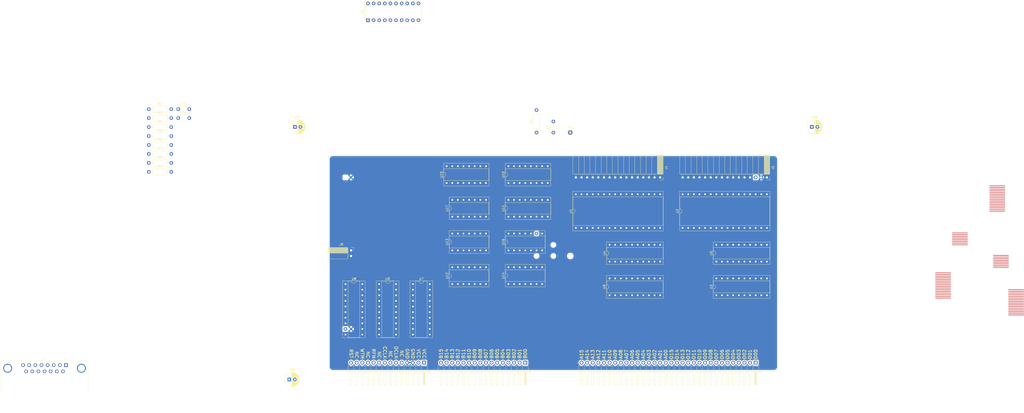
<source format=kicad_pcb>
(kicad_pcb (version 20221018) (generator pcbnew)
  (layers (0 "F.Cu" signal) (31 "B.Cu" signal) (34 "B.Paste" user) (35 "F.Paste" user) (36 "B.SilkS" user "B.Silkscreen") (37 "F.SilkS" user "F.Silkscreen") (38 "B.Mask" user) (39 "F.Mask" user) (44 "Edge.Cuts" user))
  (net 0 "")
  (net 1 "VCC")
  (net 2 "GND")
  (net 3 "/DATA_BUS_00")
  (net 4 "/DATA_BUS_01")
  (net 5 "/DATA_BUS_02")
  (net 6 "/DATA_BUS_03")
  (net 7 "/DATA_BUS_04")
  (net 8 "/DATA_BUS_05")
  (net 9 "/DATA_BUS_06")
  (net 10 "/DATA_BUS_07")
  (net 11 "/DATA_BUS_08")
  (net 12 "/DATA_BUS_09")
  (net 13 "/DATA_BUS_10")
  (net 14 "/DATA_BUS_11")
  (net 15 "/DATA_BUS_12")
  (net 16 "/DATA_BUS_13")
  (net 17 "/DATA_BUS_14")
  (net 18 "/DATA_BUS_15")
  (net 19 "/ADDR_BUS_00")
  (net 20 "/ADDR_BUS_01")
  (net 21 "/ADDR_BUS_02")
  (net 22 "/ADDR_BUS_03")
  (net 23 "/ADDR_BUS_04")
  (net 24 "/ADDR_BUS_05")
  (net 25 "/ADDR_BUS_06")
  (net 26 "/ADDR_BUS_07")
  (net 27 "/ADDR_BUS_08")
  (net 28 "/ADDR_BUS_09")
  (net 29 "/ADDR_BUS_10")
  (net 30 "/ADDR_BUS_11")
  (net 31 "/ADDR_BUS_12")
  (net 32 "/ADDR_BUS_13")
  (net 33 "/ADDR_BUS_14")
  (net 34 "/ADDR_BUS_15")
  (net 40 "/DATA_CLK")
  (net 42 "/CTL_CLK")
  (net 44 "/MEM_ACT")
  (net 45 "/BANK_BUS_00")
  (net 46 "/BANK_BUS_01")
  (net 47 "/BANK_BUS_02")
  (net 48 "/BANK_BUS_03")
  (net 49 "/BANK_BUS_04")
  (net 50 "/BANK_BUS_05")
  (net 51 "/BANK_BUS_06")
  (net 52 "/BANK_BUS_07")
  (net 53 "/BANK_BUS_08")
  (net 54 "/BANK_BUS_09")
  (net 55 "/BANK_BUS_10")
  (net 56 "/BANK_BUS_11")
  (net 57 "/BANK_BUS_12")
  (net 58 "/BANK_BUS_13")
  (net 59 "/BANK_BUS_14")
  (net 60 "/BANK_BUS_15")
  (net 61 "/~{R}{slash}W")
  (net 62 "/RESET")
  (net 254 "/ADDRESSED")
  (net 273 "/~{ADDRESSED_WTM}")
  (net 275 "/~{ADDRESSED_RFM}")
  (net 276 "Net-(U12-Pad11)")
  (net 330 "Net-(U15A-RCext)")
  (net 331 "Net-(U15B-RCext)")
  (net 332 "Net-(U15B-Cext)")
  (net 333 "/COL_B_00")
  (net 334 "/COL_B_01")
  (net 335 "/COL_B_02")
  (net 336 "/COL_B_03")
  (net 337 "/COL_B_04")
  (net 338 "/COL_B_05")
  (net 339 "/COL_B_06")
  (net 340 "/COL_B_07")
  (net 341 "/ROW_B_00")
  (net 342 "/ROW_B_01")
  (net 343 "/ROW_B_02")
  (net 344 "/ROW_B_03")
  (net 345 "/ROW_B_04")
  (net 346 "/ROW_B_05")
  (net 347 "/ROW_B_06")
  (net 348 "/COL_A_00")
  (net 349 "/COL_A_01")
  (net 350 "/COL_A_02")
  (net 351 "/COL_A_03")
  (net 352 "/COL_A_04")
  (net 353 "/COL_A_05")
  (net 354 "/COL_A_06")
  (net 355 "/COL_A_07")
  (net 356 "/ROW_A_00")
  (net 357 "/ROW_A_01")
  (net 358 "/ROW_A_02")
  (net 359 "/ROW_A_03")
  (net 360 "/ROW_A_04")
  (net 361 "/ROW_A_05")
  (net 362 "/ROW_A_06")
  (net 363 "/DATA_BUF_~{OE}")
  (net 364 "Net-(U2-Q6)")
  (net 365 "Net-(U2-Q7)")
  (net 366 "Net-(U1-Q6)")
  (net 367 "Net-(U1-Q7)")
  (net 368 "/PIX_R_B_00")
  (net 369 "/PIX_R_B_01")
  (net 370 "/PIX_G_B_00")
  (net 371 "/PIX_G_B_01")
  (net 372 "/PIX_B_B_00")
  (net 373 "/PIX_B_B_01")
  (net 374 "/PIX_R_A_00")
  (net 375 "/PIX_R_A_01")
  (net 376 "/PIX_G_A_00")
  (net 377 "/PIX_G_A_01")
  (net 378 "/PIX_B_A_00")
  (net 379 "/PIX_B_A_01")
  (net 380 "Net-(U13-Pad12)")
  (net 381 "Net-(U13-Pad13)")
  (net 382 "Net-(U13-Pad10)")
  (net 383 "/SAFE_CLK")
  (net 384 "/DATA_BUF_DIR")
  (net 385 "Net-(U15A-Q)")
  (net 386 "Net-(U15B-~{Q})")
  (net 387 "/RAM_~{WE}")
  (net 388 "/ADDRESSED_RFM")
  (net 389 "Net-(U16-Pad3)")
  (footprint "Resistor_THT:R_Axial_DIN0207_L6.3mm_D2.5mm_P10.16mm_Horizontal" (layer "F.Cu") (at -30.48 38.17)
    (fp_text reference "R4")
    (fp_text value "10K")
  )
  (footprint "sixteen-bit-computer:peripheral-backplane-membank" (layer "F.Cu") (at 139.7 144.78 -90)
    (fp_text reference "J3")
    (fp_text value "peripheral_membank_connector")
  )
  (footprint "Capacitor_THT:CP_Radial_D6.3mm_P2.50mm" (layer "F.Cu") (at 35.56 38.1)
    (fp_text reference "C97")
    (fp_text value "C_Polarized")
  )
  (footprint "Resistor_THT:R_Axial_DIN0207_L6.3mm_D2.5mm_P10.16mm_Horizontal" (layer "F.Cu") (at -30.48 46.27)
    (fp_text reference "R6")
    (fp_text value "10K")
  )
  (footprint "Resistor_THT:R_Axial_DIN0207_L6.3mm_D2.5mm_P10.16mm_Horizontal" (layer "F.Cu") (at -30.48 58.42)
    (fp_text reference "R9")
    (fp_text value "10K")
  )
  (footprint "Package_DIP:DIP-32_W15.24mm_Socket" (layer "F.Cu") (at 210.82 83.82 90)
    (fp_text reference "U2")
    (fp_text value "628128_DIP32_SSOP32")
  )
  (footprint "Connector_Pin:Pin_D1.0mm_L10.0mm" (layer "F.Cu") (at 160.02 40.64 180)
    (fp_text reference "TP1")
    (fp_text value "TestPoint")
  )
  (footprint "Package_DIP:DIP-20_W7.62mm_Socket" (layer "F.Cu") (at 177.8 99.06 90)
    (fp_text reference "U4")
    (fp_text value "74HC245")
  )
  (footprint "Package_DIP:DIP-20_W7.62mm_Socket" (layer "F.Cu") (at 88.9 109.22)
    (fp_text reference "U7")
    (fp_text value "74HC574")
  )
  (footprint "sixteen-bit-computer:peripheral-backplane-aux" (layer "F.Cu") (at 93.98 144.78 -90)
    (fp_text reference "J2")
    (fp_text value "peripheral_aux_connector")
  )
  (footprint "Resistor_THT:R_Axial_DIN0207_L6.3mm_D2.5mm_P10.16mm_Horizontal" (layer "F.Cu") (at -30.48 50.32)
    (fp_text reference "R7")
    (fp_text value "10K")
  )
  (footprint "Package_DIP:DIP-14_W7.62mm_Socket" (layer "F.Cu") (at 106.68 78.74 90)
    (fp_text reference "U17")
    (fp_text value "74HC04")
  )
  (footprint "Resistor_THT:R_Axial_DIN0207_L6.3mm_D2.5mm_P10.16mm_Horizontal" (layer "F.Cu") (at -30.48 42.22)
    (fp_text reference "R5")
    (fp_text value "10K")
  )
  (footprint "Package_DIP:DIP-20_W7.62mm_Socket" (layer "F.Cu") (at 226.06 114.3 90)
    (fp_text reference "U3")
    (fp_text value "74HC245")
  )
  (footprint "Package_DIP:DIP-20_W7.62mm_Socket" (layer "F.Cu") (at 68.58 -10.16 90)
    (fp_text reference "U6")
    (fp_text value "74HC245")
  )
  (footprint "Package_DIP:DIP-14_W7.62mm_Socket" (layer "F.Cu") (at 132.08 93.98 90)
    (fp_text reference "U16")
    (fp_text value "74HC32")
  )
  (footprint "Resistor_THT:R_Axial_DIN0207_L6.3mm_D2.5mm_P10.16mm_Horizontal" (layer "F.Cu") (at 144.78 40.64 90)
    (fp_text reference "R1")
    (fp_text value "R_US")
  )
  (footprint "Resistor_THT:R_Axial_DIN0207_L6.3mm_D2.5mm_P10.16mm_Horizontal" (layer "F.Cu") (at -30.48 30.07)
    (fp_text reference "R2")
    (fp_text value "4.7K")
  )
  (footprint "Capacitor_THT:CP_Radial_D6.3mm_P2.50mm" (layer "F.Cu") (at 33.02 152.4)
    (fp_text reference "C99")
    (fp_text value "C_Polarized")
  )
  (footprint "Package_DIP:DIP-16_W7.62mm_Socket" (layer "F.Cu") (at 104.14 63.5 90)
    (fp_text reference "U15")
    (fp_text value "74HC123")
  )
  (footprint "Package_DIP:DIP-16_W7.62mm_Socket" (layer "F.Cu") (at 132.08 63.5 90)
    (fp_text reference "U10")
    (fp_text value "74HC157")
  )
  (footprint "Package_DIP:DIP-14_W7.62mm_Socket" (layer "F.Cu") (at 106.68 109.22 90)
    (fp_text reference "U12")
    (fp_text value "74HC10")
  )
  (footprint "Connector_PinSocket_2.54mm:PinSocket_1x16_P2.54mm_Horizontal" (layer "F.Cu") (at 248.92 60.96 -90)
    (fp_text reference "J5")
    (fp_text value "Conn_01x16_Socket")
  )
  (footprint "Package_DIP:DIP-20_W7.62mm_Socket" (layer "F.Cu") (at 177.8 114.3 90)
    (fp_text reference "U9")
    (fp_text value "74HC245")
  )
  (footprint "Capacitor_THT:C_Disc_D5.0mm_W2.5mm_P5.00mm" (layer "F.Cu") (at -17.17 34.12)
    (fp_text reference "C3")
    (fp_text value "0pF")
  )
  (footprint "Package_DIP:DIP-20_W7.62mm_Socket" (layer "F.Cu") (at 58.42 109.22)
    (fp_text reference "U8")
    (fp_text value "74HC245")
  )
  (footprint "Resistor_THT:R_Axial_DIN0207_L6.3mm_D2.5mm_P10.16mm_Horizontal" (layer "F.Cu") (at -30.48 34.12)
    (fp_text reference "R3")
    (fp_text value "4.7K")
  )
  (footprint "Capacitor_THT:C_Disc_D5.0mm_W2.5mm_P5.00mm" (layer "F.Cu") (at 152.4 40.64 90)
    (fp_text reference "C1")
    (fp_text value "C")
  )
  (footprint "Capacitor_THT:C_Disc_D5.0mm_W2.5mm_P5.00mm" (layer "F.Cu") (at -17.17 30.07)
    (fp_text reference "C2")
    (fp_text value "20pF")
  )
  (footprint "Package_DIP:DIP-16_W7.62mm_Socket" (layer "F.Cu") (at 132.08 78.74 90)
    (fp_text reference "U11")
    (fp_text value "74HC157")
  )
  (footprint "Package_DIP:DIP-14_W7.62mm_Socket" (layer "F.Cu") (at 132.08 109.22 90)
    (fp_text reference "U14")
    (fp_text value "74HC08")
  )
  (footprint "Capacitor_THT:CP_Radial_D6.3mm_P2.50mm" (layer "F.Cu") (at 269.24 38.1)
    (fp_text reference "C98")
    (fp_text value "C_Polarized")
  )
  (footprint "Connector_PinSocket_2.54mm:PinSocket_1x16_P2.54mm_Horizontal" (layer "F.Cu") (at 200.66 60.96 -90)
    (fp_text reference "J4")
    (fp_text value "Conn_01x16_Socket")
  )
  (footprint "Connector_PinSocket_2.54mm:PinSocket_1x02_P2.54mm_Horizontal" (layer "F.Cu") (at 60.96 93.98)
    (fp_text reference "J6")
    (fp_text value "Conn_01x02_Socket")
  )
  (footprint "Connector_Dsub:DSUB-15_Female_Horizontal_P2.77x2.84mm_EdgePinOffset9.90mm_Housed_MountingHolesOffset11.32mm" (layer "F.Cu") (at -67.915 145.9)
    (fp_text reference "J7")
    (fp_text value "DE15_Receptacle_HighDensity")
  )
  (footprint "Package_DIP:DIP-14_W7.62mm_Socket" (layer "F.Cu") (at 106.68 93.98 90)
    (fp_text reference "U13")
    (fp_text value "74HC02")
  )
  (footprint "sixteen-bit-computer:peripheral-backplane-data-addr-anno" (layer "F.Cu") (at 243.84 144.78 -90)
    (fp_text reference "J1")
    (fp_text value "peripheral_addr_bus_connector")
  )
  (footprint "Package_DIP:DIP-20_W7.62mm_Socket" (layer "F.Cu") (at 226.06 99.06 90)
    (fp_text reference "U5")
    (fp_text value "74HC245")
  )
  (footprint "Resistor_THT:R_Axial_DIN0207_L6.3mm_D2.5mm_P10.16mm_Horizontal" (layer "F.Cu") (at -30.48 54.37)
    (fp_text reference "R8")
    (fp_text value "10K")
  )
  (footprint "Package_DIP:DIP-32_W15.24mm_Socket" (layer "F.Cu") (at 162.56 83.82 90)
    (fp_text reference "U1")
    (fp_text value "628128_DIP32_SSOP32")
  )
  (footprint "Package_DIP:DIP-20_W7.62mm_Socket" (layer "F.Cu") (at 73.66 109.22)
    (fp_text reference "U9")
    (fp_text value "74HC574")
  )
  (gr_line (start 254 52.705) (end 254 146.685) (stroke (width 0.1)) (layer "Edge.Cuts"))
  (gr_arc (start 254 146.685) (mid 253.442038 148.032038) (end 252.095 148.59) (stroke (width 0.1)) (layer "Edge.Cuts"))
  (gr_arc (start 52.705 148.59) (mid 51.357962 148.032038) (end 50.8 146.685) (stroke (width 0.1)) (layer "Edge.Cuts"))
  (gr_line (start 50.8 146.685) (end 50.8 52.705) (stroke (width 0.1)) (layer "Edge.Cuts"))
  (gr_arc (start 50.8 52.705) (mid 51.357962 51.357962) (end 52.705 50.8) (stroke (width 0.1)) (layer "Edge.Cuts"))
  (gr_line (start 252.095 148.59) (end 52.705 148.59) (stroke (width 0.1)) (layer "Edge.Cuts"))
  (gr_arc (start 252.095 50.8) (mid 253.442038 51.357962) (end 254 52.705) (stroke (width 0.1)) (layer "Edge.Cuts"))
  (gr_line (start 52.705 50.8) (end 252.095 50.8) (stroke (width 0.1)) (layer "Edge.Cuts"))
  (segment (start 332.74 89.916) (end 339.598 89.916) (width 0.254) (layer "F.Cu") (net 0))
  (segment (start 358.14 111.76) (end 364.998 111.76) (width 0.254) (layer "F.Cu") (net 0))
  (segment (start 325.12 115.57) (end 331.978 115.57) (width 0.254) (layer "F.Cu") (net 0))
  (segment (start 332.74 86.106) (end 339.598 86.106) (width 0.254) (layer "F.Cu") (net 0))
  (segment (start 325.12 110.236) (end 331.978 110.236) (width 0.254) (layer "F.Cu") (net 0))
  (segment (start 358.14 115.57) (end 364.998 115.57) (width 0.254) (layer "F.Cu") (net 0))
  (segment (start 325.12 109.474) (end 331.978 109.474) (width 0.254) (layer "F.Cu") (net 0))
  (segment (start 325.12 106.426) (end 331.978 106.426) (width 0.254) (layer "F.Cu") (net 0))
  (segment (start 325.12 107.188) (end 331.978 107.188) (width 0.254) (layer "F.Cu") (net 0))
  (segment (start 358.14 116.332) (end 364.998 116.332) (width 0.254) (layer "F.Cu") (net 0))
  (segment (start 351.282 96.266) (end 358.14 96.266) (width 0.254) (layer "F.Cu") (net 0))
  (segment (start 358.14 120.142) (end 364.998 120.142) (width 0.254) (layer "F.Cu") (net 0))
  (segment (start 349.631 70.866) (end 356.489 70.866) (width 0.254) (layer "F.Cu") (net 0))
  (segment (start 349.631 69.342) (end 356.489 69.342) (width 0.254) (layer "F.Cu") (net 0))
  (segment (start 349.631 64.77) (end 356.489 64.77) (width 0.254) (layer "F.Cu") (net 0))
  (segment (start 358.14 120.904) (end 364.998 120.904) (width 0.254) (layer "F.Cu") (net 0))
  (segment (start 358.14 112.522) (end 364.998 112.522) (width 0.254) (layer "F.Cu") (net 0))
  (segment (start 349.631 68.58) (end 356.489 68.58) (width 0.254) (layer "F.Cu") (net 0))
  (segment (start 325.12 113.284) (end 331.978 113.284) (width 0.254) (layer "F.Cu") (net 0))
  (segment (start 349.631 67.056) (end 356.489 67.056) (width 0.254) (layer "F.Cu") (net 0))
  (segment (start 332.74 87.63) (end 339.598 87.63) (width 0.254) (layer "F.Cu") (net 0))
  (segment (start 358.14 113.284) (end 364.998 113.284) (width 0.254) (layer "F.Cu") (net 0))
  (segment (start 358.14 123.19) (end 364.998 123.19) (width 0.254) (layer "F.Cu") (net 0))
  (segment (start 349.631 67.818) (end 356.489 67.818) (width 0.254) (layer "F.Cu") (net 0))
  (segment (start 358.14 114.808) (end 364.998 114.808) (width 0.254) (layer "F.Cu") (net 0))
  (segment (start 325.12 114.046) (end 331.978 114.046) (width 0.254) (layer "F.Cu") (net 0))
  (segment (start 332.74 91.44) (end 339.598 91.44) (width 0.254) (layer "F.Cu") (net 0))
  (segment (start 349.631 73.914) (end 356.489 73.914) (width 0.254) (layer "F.Cu") (net 0))
  (segment (start 351.282 97.028) (end 358.14 97.028) (width 0.254) (layer "F.Cu") (net 0))
  (segment (start 358.14 118.618) (end 364.998 118.618) (width 0.254) (layer "F.Cu") (net 0))
  (segment (start 351.282 100.076) (end 358.14 100.076) (width 0.254) (layer "F.Cu") (net 0))
  (segment (start 349.631 75.438) (end 356.489 75.438) (width 0.254) (layer "F.Cu") (net 0))
  (segment (start 358.14 121.666) (end 364.998 121.666) (width 0.254) (layer "F.Cu") (net 0))
  (segment (start 349.631 76.2) (end 356.489 76.2) (width 0.254) (layer "F.Cu") (net 0))
  (segment (start 332.74 90.678) (end 339.598 90.678) (width 0.254) (layer "F.Cu") (net 0))
  (segment (start 349.631 70.104) (end 356.489 70.104) (width 0.254) (layer "F.Cu") (net 0))
  (segment (start 325.12 111.76) (end 331.978 111.76) (width 0.254) (layer "F.Cu") (net 0))
  (segment (start 349.631 74.676) (end 356.489 74.676) (width 0.254) (layer "F.Cu") (net 0))
  (segment (start 349.631 65.532) (end 356.489 65.532) (width 0.254) (layer "F.Cu") (net 0))
  (segment (start 325.12 104.14) (end 331.978 104.14) (width 0.254) (layer "F.Cu") (net 0))
  (segment (start 351.282 100.838) (end 358.14 100.838) (width 0.254) (layer "F.Cu") (net 0))
  (segment (start 332.74 88.392) (end 339.598 88.392) (width 0.254) (layer "F.Cu") (net 0))
  (segment (start 332.74 86.868) (end 339.598 86.868) (width 0.254) (layer "F.Cu") (net 0))
  (segment (start 358.14 122.428) (end 364.998 122.428) (width 0.254) (layer "F.Cu") (net 0))
  (segment (start 351.282 101.6) (end 358.14 101.6) (width 0.254) (layer "F.Cu") (net 0))
  (segment (start 325.12 110.998) (end 331.978 110.998) (width 0.254) (layer "F.Cu") (net 0))
  (segment (start 358.14 117.094) (end 364.998 117.094) (width 0.254) (layer "F.Cu") (net 0))
  (segment (start 325.12 104.902) (end 331.978 104.902) (width 0.254) (layer "F.Cu") (net 0))
  (segment (start 349.631 66.294) (end 356.489 66.294) (width 0.254) (layer "F.Cu") (net 0))
  (segment (start 349.631 73.152) (end 356.489 73.152) (width 0.254) (layer "F.Cu") (net 0))
  (segment (start 358.14 119.38) (end 364.998 119.38) (width 0.254) (layer "F.Cu") (net 0))
  (segment (start 351.282 99.314) (end 358.14 99.314) (width 0.254) (layer "F.Cu") (net 0))
  (segment (start 332.74 89.154) (end 339.598 89.154) (width 0.254) (layer "F.Cu") (net 0))
  (segment (start 325.12 114.808) (end 331.978 114.808) (width 0.254) (layer "F.Cu") (net 0))
  (segment (start 325.12 107.95) (end 331.978 107.95) (width 0.254) (layer "F.Cu") (net 0))
  (segment (start 358.14 114.046) (end 364.998 114.046) (width 0.254) (layer "F.Cu") (net 0))
  (segment (start 351.282 98.552) (end 358.14 98.552) (width 0.254) (layer "F.Cu") (net 0))
  (segment (start 349.631 72.39) (end 356.489 72.39) (width 0.254) (layer "F.Cu") (net 0))
  (segment (start 351.282 97.79) (end 358.14 97.79) (width 0.254) (layer "F.Cu") (net 0))
  (segment (start 325.12 112.522) (end 331.978 112.522) (width 0.254) (layer "F.Cu") (net 0))
  (segment (start 325.12 108.712) (end 331.978 108.712) (width 0.254) (layer "F.Cu") (net 0))
  (segment (start 358.14 117.856) (end 364.998 117.856) (width 0.254) (layer "F.Cu") (net 0))
  (segment (start 325.12 105.664) (end 331.978 105.664) (width 0.254) (layer "F.Cu") (net 0))
  (segment (start 349.631 71.628) (end 356.489 71.628) (width 0.254) (layer "F.Cu") (net 0))
  (zone locked (net 2) (net_name "GND") (layer "B.Cu") (connect_pads (clearance 0.5)) (min_thickness 0.25) (fill yes (thermal_gap 0.5) (thermal_bridge_width 0.5))
    (polygon (pts (xy 45.72 45.72) (xy 259.08 45.72) (xy 259.08 152.4) (xy 45.72 152.4)))
  )
)
</source>
